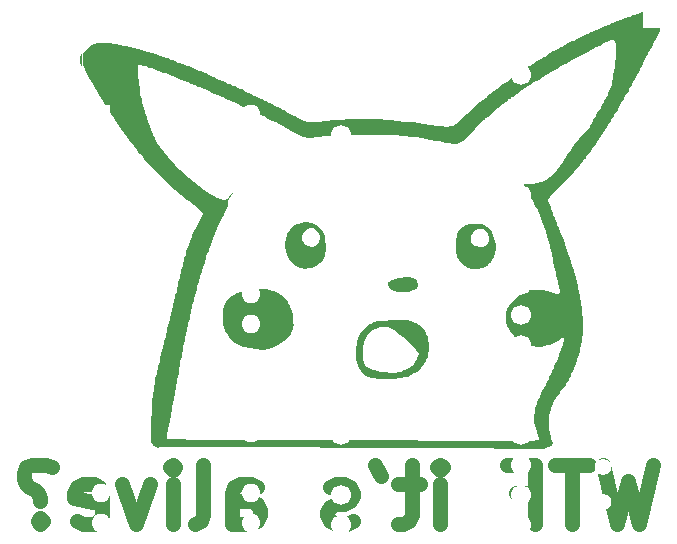
<source format=gbo>
G04 #@! TF.GenerationSoftware,KiCad,Pcbnew,8.0.4*
G04 #@! TF.CreationDate,2024-09-27T10:27:01+02:00*
G04 #@! TF.ProjectId,WritingRobotV2,57726974-696e-4675-926f-626f7456322e,rev?*
G04 #@! TF.SameCoordinates,Original*
G04 #@! TF.FileFunction,Legend,Bot*
G04 #@! TF.FilePolarity,Positive*
%FSLAX46Y46*%
G04 Gerber Fmt 4.6, Leading zero omitted, Abs format (unit mm)*
G04 Created by KiCad (PCBNEW 8.0.4) date 2024-09-27 10:27:01*
%MOMM*%
%LPD*%
G01*
G04 APERTURE LIST*
%ADD10C,1.250000*%
%ADD11C,0.000000*%
%ADD12C,1.400000*%
%ADD13O,1.400000X1.400000*%
%ADD14C,4.300000*%
%ADD15R,1.700000X1.700000*%
%ADD16O,1.700000X1.700000*%
%ADD17C,1.700000*%
%ADD18R,1.600000X1.600000*%
%ADD19O,1.600000X1.600000*%
%ADD20C,1.600000*%
%ADD21R,2.000000X1.905000*%
%ADD22O,2.000000X1.905000*%
%ADD23C,0.600000*%
G04 APERTURE END LIST*
D10*
X94463346Y-162823095D02*
X93272870Y-167823095D01*
X93272870Y-167823095D02*
X92320489Y-164251666D01*
X92320489Y-164251666D02*
X91368108Y-167823095D01*
X91368108Y-167823095D02*
X90177632Y-162823095D01*
X88987155Y-162823095D02*
X86130012Y-162823095D01*
X87558584Y-167823095D02*
X87558584Y-162823095D01*
X82796679Y-165204047D02*
X84463345Y-165204047D01*
X84463345Y-167823095D02*
X84463345Y-162823095D01*
X84463345Y-162823095D02*
X82082393Y-162823095D01*
X76368107Y-167823095D02*
X76368107Y-164489761D01*
X76368107Y-162823095D02*
X76606203Y-163061190D01*
X76606203Y-163061190D02*
X76368107Y-163299285D01*
X76368107Y-163299285D02*
X76130012Y-163061190D01*
X76130012Y-163061190D02*
X76368107Y-162823095D01*
X76368107Y-162823095D02*
X76368107Y-163299285D01*
X74701441Y-164489761D02*
X72796679Y-164489761D01*
X73987155Y-162823095D02*
X73987155Y-167108809D01*
X73987155Y-167108809D02*
X73749060Y-167585000D01*
X73749060Y-167585000D02*
X73272870Y-167823095D01*
X73272870Y-167823095D02*
X72796679Y-167823095D01*
X70891917Y-162823095D02*
X71368108Y-163775476D01*
X68987156Y-167585000D02*
X68510965Y-167823095D01*
X68510965Y-167823095D02*
X67558584Y-167823095D01*
X67558584Y-167823095D02*
X67082394Y-167585000D01*
X67082394Y-167585000D02*
X66844298Y-167108809D01*
X66844298Y-167108809D02*
X66844298Y-166870714D01*
X66844298Y-166870714D02*
X67082394Y-166394523D01*
X67082394Y-166394523D02*
X67558584Y-166156428D01*
X67558584Y-166156428D02*
X68272870Y-166156428D01*
X68272870Y-166156428D02*
X68749060Y-165918333D01*
X68749060Y-165918333D02*
X68987156Y-165442142D01*
X68987156Y-165442142D02*
X68987156Y-165204047D01*
X68987156Y-165204047D02*
X68749060Y-164727857D01*
X68749060Y-164727857D02*
X68272870Y-164489761D01*
X68272870Y-164489761D02*
X67558584Y-164489761D01*
X67558584Y-164489761D02*
X67082394Y-164727857D01*
X58749060Y-167823095D02*
X58749060Y-165204047D01*
X58749060Y-165204047D02*
X58987155Y-164727857D01*
X58987155Y-164727857D02*
X59463346Y-164489761D01*
X59463346Y-164489761D02*
X60415727Y-164489761D01*
X60415727Y-164489761D02*
X60891917Y-164727857D01*
X58749060Y-167585000D02*
X59225251Y-167823095D01*
X59225251Y-167823095D02*
X60415727Y-167823095D01*
X60415727Y-167823095D02*
X60891917Y-167585000D01*
X60891917Y-167585000D02*
X61130013Y-167108809D01*
X61130013Y-167108809D02*
X61130013Y-166632619D01*
X61130013Y-166632619D02*
X60891917Y-166156428D01*
X60891917Y-166156428D02*
X60415727Y-165918333D01*
X60415727Y-165918333D02*
X59225251Y-165918333D01*
X59225251Y-165918333D02*
X58749060Y-165680238D01*
X55653822Y-167823095D02*
X56130012Y-167585000D01*
X56130012Y-167585000D02*
X56368107Y-167108809D01*
X56368107Y-167108809D02*
X56368107Y-162823095D01*
X53749059Y-167823095D02*
X53749059Y-164489761D01*
X53749059Y-162823095D02*
X53987155Y-163061190D01*
X53987155Y-163061190D02*
X53749059Y-163299285D01*
X53749059Y-163299285D02*
X53510964Y-163061190D01*
X53510964Y-163061190D02*
X53749059Y-162823095D01*
X53749059Y-162823095D02*
X53749059Y-163299285D01*
X51844298Y-164489761D02*
X50653822Y-167823095D01*
X50653822Y-167823095D02*
X49463345Y-164489761D01*
X45653821Y-167585000D02*
X46130012Y-167823095D01*
X46130012Y-167823095D02*
X47082393Y-167823095D01*
X47082393Y-167823095D02*
X47558583Y-167585000D01*
X47558583Y-167585000D02*
X47796679Y-167108809D01*
X47796679Y-167108809D02*
X47796679Y-165204047D01*
X47796679Y-165204047D02*
X47558583Y-164727857D01*
X47558583Y-164727857D02*
X47082393Y-164489761D01*
X47082393Y-164489761D02*
X46130012Y-164489761D01*
X46130012Y-164489761D02*
X45653821Y-164727857D01*
X45653821Y-164727857D02*
X45415726Y-165204047D01*
X45415726Y-165204047D02*
X45415726Y-165680238D01*
X45415726Y-165680238D02*
X47796679Y-166156428D01*
X42558584Y-167346904D02*
X42320488Y-167585000D01*
X42320488Y-167585000D02*
X42558584Y-167823095D01*
X42558584Y-167823095D02*
X42796679Y-167585000D01*
X42796679Y-167585000D02*
X42558584Y-167346904D01*
X42558584Y-167346904D02*
X42558584Y-167823095D01*
X43510965Y-163061190D02*
X43034774Y-162823095D01*
X43034774Y-162823095D02*
X41844298Y-162823095D01*
X41844298Y-162823095D02*
X41368107Y-163061190D01*
X41368107Y-163061190D02*
X41130012Y-163537380D01*
X41130012Y-163537380D02*
X41130012Y-164013571D01*
X41130012Y-164013571D02*
X41368107Y-164489761D01*
X41368107Y-164489761D02*
X41606203Y-164727857D01*
X41606203Y-164727857D02*
X42082393Y-164965952D01*
X42082393Y-164965952D02*
X42320488Y-165204047D01*
X42320488Y-165204047D02*
X42558584Y-165680238D01*
X42558584Y-165680238D02*
X42558584Y-165918333D01*
D11*
G36*
X46020598Y-127933396D02*
G01*
X46043720Y-128029211D01*
X46057992Y-128231750D01*
X46062870Y-128535308D01*
X46061500Y-128707749D01*
X46051596Y-128958706D01*
X46032586Y-129105633D01*
X46005011Y-129142825D01*
X45989670Y-129113513D01*
X45967683Y-128986881D01*
X45952694Y-128785567D01*
X45947153Y-128535308D01*
X45949159Y-128382463D01*
X45960599Y-128158121D01*
X45980033Y-127997985D01*
X46005011Y-127927791D01*
X46020598Y-127933396D01*
G37*
G36*
X74092796Y-147019578D02*
G01*
X74334699Y-147131112D01*
X74480341Y-147303909D01*
X74528499Y-147537535D01*
X74528223Y-147570285D01*
X74513999Y-147739923D01*
X74461636Y-147856738D01*
X74348010Y-147952608D01*
X74150000Y-148059415D01*
X74104592Y-148081369D01*
X73950962Y-148142894D01*
X73789192Y-148179824D01*
X73583481Y-148198245D01*
X73298028Y-148204243D01*
X73148455Y-148203366D01*
X72807494Y-148181153D01*
X72543713Y-148124033D01*
X72330868Y-148024531D01*
X72142711Y-147875172D01*
X72074819Y-147792824D01*
X72003639Y-147643922D01*
X71976207Y-147496733D01*
X71996972Y-147384236D01*
X72070387Y-147339408D01*
X72110233Y-147333513D01*
X72157175Y-147286934D01*
X72157811Y-147282897D01*
X72220895Y-147235510D01*
X72368589Y-147176934D01*
X72574359Y-147115226D01*
X72811670Y-147058444D01*
X73053986Y-147014642D01*
X73325093Y-146982031D01*
X73755853Y-146969740D01*
X74092796Y-147019578D01*
G37*
G36*
X66685739Y-143922868D02*
G01*
X66698222Y-144211158D01*
X66702900Y-144498010D01*
X66699192Y-144754965D01*
X66686515Y-144953566D01*
X66664287Y-145065352D01*
X66614101Y-145173780D01*
X66537187Y-145339377D01*
X66448901Y-145490609D01*
X66214620Y-145749161D01*
X65901283Y-145978418D01*
X65532346Y-146159239D01*
X65438822Y-146186075D01*
X65252228Y-146215218D01*
X65040941Y-146230268D01*
X64839730Y-146230363D01*
X64683362Y-146214639D01*
X64606606Y-146182233D01*
X64551476Y-146145553D01*
X64428543Y-146124374D01*
X64343980Y-146094529D01*
X64198102Y-145997394D01*
X64024424Y-145854834D01*
X63847172Y-145689617D01*
X63690570Y-145524512D01*
X63578844Y-145382286D01*
X63536219Y-145285708D01*
X63526060Y-145215510D01*
X63478360Y-145082131D01*
X63439782Y-145005499D01*
X63362642Y-144852266D01*
X63349664Y-144812519D01*
X63326638Y-144661147D01*
X63310724Y-144442830D01*
X63304783Y-144190305D01*
X63306496Y-144056508D01*
X63317810Y-143836302D01*
X63337422Y-143677611D01*
X63361448Y-143610836D01*
X64701400Y-143610836D01*
X64740857Y-143787922D01*
X64855004Y-144050513D01*
X65043013Y-144249059D01*
X65287390Y-144354084D01*
X65296152Y-144355826D01*
X65500608Y-144384617D01*
X65653069Y-144369148D01*
X65808633Y-144304141D01*
X65962207Y-144206016D01*
X66152132Y-143997674D01*
X66245889Y-143756342D01*
X66244909Y-143499700D01*
X66150626Y-143245425D01*
X65964474Y-143011196D01*
X65687886Y-142814692D01*
X65582484Y-142763481D01*
X65492934Y-142749258D01*
X65385927Y-142781183D01*
X65219276Y-142863664D01*
X65169585Y-142890505D01*
X64952970Y-143051019D01*
X64801399Y-143262979D01*
X64761721Y-143339754D01*
X64706026Y-143481639D01*
X64701400Y-143610836D01*
X63361448Y-143610836D01*
X63362642Y-143607518D01*
X63393529Y-143571244D01*
X63420501Y-143461216D01*
X63451529Y-143330427D01*
X63537121Y-143144413D01*
X63656237Y-142946964D01*
X63787760Y-142777399D01*
X63880711Y-142691593D01*
X64083064Y-142557542D01*
X64300270Y-142459457D01*
X64485169Y-142421413D01*
X64584844Y-142408070D01*
X64664465Y-142363554D01*
X64699115Y-142339351D01*
X64831248Y-142313376D01*
X65027049Y-142307381D01*
X65254687Y-142320273D01*
X65482332Y-142350959D01*
X65678154Y-142398348D01*
X65726602Y-142415361D01*
X65974267Y-142549423D01*
X66209755Y-142768911D01*
X66250890Y-142814976D01*
X66409228Y-142994783D01*
X66509856Y-143118947D01*
X66569262Y-143212534D01*
X66603939Y-143300609D01*
X66630378Y-143408239D01*
X66639689Y-143455810D01*
X66666034Y-143661599D01*
X66673180Y-143756342D01*
X66685739Y-143922868D01*
G37*
G36*
X81056506Y-143925571D02*
G01*
X81106560Y-144199853D01*
X81127881Y-144437323D01*
X81116244Y-144614233D01*
X81067426Y-144706834D01*
X81056280Y-144718012D01*
X81022972Y-144817073D01*
X81009567Y-144971398D01*
X80958627Y-145269983D01*
X80803103Y-145522711D01*
X80794607Y-145532171D01*
X80709437Y-145630092D01*
X80599342Y-145759589D01*
X80580677Y-145781273D01*
X80464401Y-145899097D01*
X80371865Y-145968100D01*
X80329575Y-145988543D01*
X80199544Y-146057023D01*
X80131179Y-146095378D01*
X79997039Y-146169706D01*
X79969853Y-146180878D01*
X79837191Y-146207120D01*
X79645006Y-146225192D01*
X79422432Y-146234786D01*
X79198603Y-146235595D01*
X79002654Y-146227311D01*
X78863720Y-146209626D01*
X78810934Y-146182233D01*
X78799728Y-146154452D01*
X78720285Y-146124374D01*
X78636889Y-146104555D01*
X78476284Y-146004047D01*
X78298188Y-145840649D01*
X78123423Y-145639267D01*
X77972811Y-145424807D01*
X77867174Y-145222175D01*
X77827335Y-145056278D01*
X77814397Y-144960231D01*
X77769476Y-144880410D01*
X77752524Y-144844874D01*
X77731252Y-144710834D01*
X77716890Y-144501350D01*
X77711617Y-144240549D01*
X77713131Y-144085468D01*
X77723661Y-143846540D01*
X77742946Y-143691602D01*
X77750037Y-143676860D01*
X79044197Y-143676860D01*
X79044647Y-143768009D01*
X79058909Y-143952697D01*
X79100972Y-144078401D01*
X79181909Y-144186062D01*
X79235984Y-144238797D01*
X79341452Y-144303719D01*
X79489668Y-144341787D01*
X79717103Y-144365209D01*
X79994623Y-144364505D01*
X80228010Y-144315806D01*
X80377979Y-144222336D01*
X80430979Y-144089331D01*
X80438181Y-144037241D01*
X80488838Y-143954670D01*
X80499217Y-143944611D01*
X80533050Y-143847220D01*
X80546697Y-143694306D01*
X80545758Y-143653437D01*
X80526057Y-143509921D01*
X80488838Y-143433941D01*
X80459460Y-143401225D01*
X80430979Y-143293769D01*
X80429869Y-143280074D01*
X80379853Y-143164812D01*
X80278443Y-143036820D01*
X80181894Y-142955120D01*
X80043346Y-142898934D01*
X79843717Y-142884283D01*
X79588371Y-142907900D01*
X79376442Y-142997438D01*
X79178332Y-143173577D01*
X79158612Y-143196007D01*
X79088863Y-143308109D01*
X79054281Y-143455052D01*
X79044197Y-143676860D01*
X77750037Y-143676860D01*
X77769476Y-143636447D01*
X77807626Y-143600125D01*
X77827335Y-143491015D01*
X77839321Y-143387354D01*
X77935621Y-143153066D01*
X78111626Y-142917055D01*
X78347148Y-142703562D01*
X78621998Y-142536827D01*
X78825559Y-142472715D01*
X79118431Y-142430780D01*
X79444851Y-142419469D01*
X79763729Y-142440036D01*
X80033975Y-142493736D01*
X80159511Y-142545006D01*
X80403900Y-142704011D01*
X80627698Y-142915752D01*
X80789597Y-143144647D01*
X80887089Y-143361561D01*
X80981941Y-143638224D01*
X80996494Y-143694306D01*
X81056506Y-143925571D01*
G37*
G36*
X61409395Y-147950979D02*
G01*
X61655210Y-147965021D01*
X61835490Y-147987906D01*
X61925318Y-148019715D01*
X61993296Y-148061983D01*
X62130674Y-148091572D01*
X62180089Y-148098691D01*
X62324243Y-148145469D01*
X62503251Y-148221415D01*
X62681187Y-148309422D01*
X62822121Y-148392382D01*
X62890129Y-148453190D01*
X62895383Y-148462122D01*
X62969259Y-148496584D01*
X62972910Y-148496873D01*
X63051608Y-148543389D01*
X63172595Y-148649815D01*
X63308098Y-148787973D01*
X63430341Y-148929683D01*
X63511550Y-149046766D01*
X63544310Y-149107660D01*
X63697115Y-149400935D01*
X63805008Y-149638328D01*
X63877625Y-149854148D01*
X63924602Y-150082708D01*
X63955578Y-150358317D01*
X63980189Y-150715287D01*
X63989899Y-150982996D01*
X63979745Y-151191347D01*
X63947196Y-151290982D01*
X63909429Y-151354721D01*
X63883371Y-151487882D01*
X63870325Y-151571820D01*
X63825512Y-151620957D01*
X63797510Y-151632452D01*
X63767654Y-151712374D01*
X63760733Y-151741013D01*
X63689262Y-151853480D01*
X63558979Y-152005295D01*
X63393111Y-152173662D01*
X63214882Y-152335783D01*
X63047515Y-152468862D01*
X62914237Y-152550099D01*
X62890381Y-152560944D01*
X62773688Y-152626674D01*
X62726196Y-152676539D01*
X62720126Y-152693627D01*
X62650275Y-152720274D01*
X62621651Y-152724372D01*
X62498199Y-152764734D01*
X62338404Y-152834273D01*
X62299845Y-152852179D01*
X62076250Y-152939237D01*
X61860161Y-153002711D01*
X61799698Y-153017105D01*
X61656997Y-153058450D01*
X61583802Y-153091218D01*
X61526246Y-153114153D01*
X61378328Y-153123645D01*
X61186491Y-153109148D01*
X60990433Y-153071952D01*
X60901702Y-153052308D01*
X60688678Y-153017472D01*
X60463247Y-152991808D01*
X60332065Y-152976712D01*
X60142974Y-152941123D01*
X60018646Y-152900172D01*
X59919725Y-152862293D01*
X59753688Y-152835991D01*
X59652428Y-152822475D01*
X59572893Y-152778133D01*
X59532827Y-152745816D01*
X59420104Y-152720274D01*
X59374736Y-152709843D01*
X59238990Y-152640848D01*
X59062499Y-152524275D01*
X58874418Y-152380144D01*
X58703903Y-152228474D01*
X58672704Y-152195786D01*
X58562734Y-152060472D01*
X58441007Y-151890437D01*
X58328316Y-151717124D01*
X58245453Y-151571976D01*
X58213212Y-151486438D01*
X58207453Y-151443816D01*
X58155353Y-151360593D01*
X58119334Y-151308173D01*
X58097494Y-151187016D01*
X58084833Y-151093396D01*
X58039635Y-151013440D01*
X58019301Y-150961687D01*
X57999584Y-150810717D01*
X57986511Y-150582551D01*
X57981777Y-150298151D01*
X57981916Y-150199838D01*
X57985825Y-149927646D01*
X57998684Y-149732147D01*
X58025251Y-149583163D01*
X58070285Y-149450516D01*
X58138545Y-149304027D01*
X58180826Y-149226104D01*
X58313578Y-149026703D01*
X58472148Y-148830341D01*
X58634649Y-148660727D01*
X58779194Y-148541571D01*
X58883898Y-148496584D01*
X58918689Y-148492370D01*
X58965376Y-148452849D01*
X58969982Y-148441978D01*
X59050345Y-148386125D01*
X59214887Y-148308114D01*
X59442920Y-148216425D01*
X59713761Y-148119538D01*
X60006723Y-148025933D01*
X60069325Y-148010588D01*
X60269087Y-147981626D01*
X60527890Y-147961103D01*
X60820819Y-147949101D01*
X61122959Y-147945699D01*
X61409395Y-147950979D01*
G37*
G36*
X75338943Y-153683283D02*
G01*
X75216626Y-153948988D01*
X75190626Y-154010877D01*
X75165831Y-154123196D01*
X75151545Y-154166777D01*
X75078553Y-154283891D01*
X74964436Y-154427740D01*
X74887752Y-154518171D01*
X74797552Y-154633781D01*
X74761930Y-154693553D01*
X74760557Y-154698141D01*
X74701243Y-154756640D01*
X74573840Y-154853450D01*
X74405276Y-154970402D01*
X74222475Y-155089326D01*
X74052364Y-155192054D01*
X73921868Y-155260416D01*
X73772705Y-155328440D01*
X73647824Y-155388528D01*
X73636148Y-155393868D01*
X73501720Y-155426652D01*
X73329600Y-155440522D01*
X73303724Y-155441004D01*
X73138637Y-155459892D01*
X73025057Y-155497495D01*
X72979944Y-155510695D01*
X72832377Y-155527383D01*
X72608316Y-155540068D01*
X72329108Y-155548752D01*
X72016105Y-155553435D01*
X71690654Y-155554115D01*
X71374106Y-155550795D01*
X71087808Y-155543472D01*
X70853112Y-155532148D01*
X70691365Y-155516822D01*
X70623918Y-155497495D01*
X70551616Y-155457471D01*
X70417998Y-155439636D01*
X70298034Y-155422712D01*
X70247836Y-155381777D01*
X70237212Y-155354459D01*
X70158757Y-155323918D01*
X70146288Y-155323313D01*
X70010660Y-155262421D01*
X69854433Y-155117964D01*
X69693809Y-154913055D01*
X69544991Y-154670807D01*
X69424180Y-154414332D01*
X69347578Y-154166743D01*
X69344810Y-154153022D01*
X69314768Y-153912052D01*
X69301452Y-153607206D01*
X69302612Y-153415389D01*
X69830848Y-153415389D01*
X69843356Y-153701254D01*
X69873234Y-153949829D01*
X69917894Y-154135104D01*
X69974746Y-154231071D01*
X69986908Y-154240593D01*
X70021343Y-154303394D01*
X70016401Y-154385953D01*
X70016791Y-154389893D01*
X70073194Y-154455859D01*
X70203965Y-154547209D01*
X70378686Y-154647620D01*
X70566940Y-154740766D01*
X70738308Y-154810324D01*
X70862372Y-154839968D01*
X71015947Y-154860274D01*
X71125754Y-154897343D01*
X71193101Y-154922114D01*
X71350597Y-154956011D01*
X71549658Y-154984429D01*
X71882392Y-155020027D01*
X72171000Y-155046191D01*
X72389064Y-155057842D01*
X72560011Y-155055447D01*
X72707270Y-155039472D01*
X72854269Y-155010382D01*
X72858158Y-155009484D01*
X73068598Y-154946477D01*
X73310882Y-154852370D01*
X73561636Y-154739092D01*
X73797484Y-154618573D01*
X73995050Y-154502743D01*
X74130959Y-154403530D01*
X74181837Y-154332864D01*
X74209771Y-154268484D01*
X74282667Y-154134589D01*
X74384738Y-153960186D01*
X74433835Y-153876227D01*
X74544940Y-153640809D01*
X74576100Y-153450779D01*
X74527847Y-153277220D01*
X74400714Y-153091214D01*
X74367009Y-153050951D01*
X74133250Y-152793656D01*
X73854525Y-152514494D01*
X73560513Y-152241223D01*
X73280891Y-152001606D01*
X73045337Y-151823402D01*
X73035643Y-151816814D01*
X72865397Y-151699035D01*
X72737114Y-151606547D01*
X72677904Y-151558871D01*
X72638409Y-151528309D01*
X72521303Y-151452637D01*
X72359681Y-151355584D01*
X72328753Y-151337716D01*
X72172932Y-151257667D01*
X72030453Y-151213741D01*
X71858410Y-151196871D01*
X71613898Y-151197993D01*
X71563926Y-151199548D01*
X71346820Y-151214823D01*
X71179953Y-151239936D01*
X71096062Y-151270316D01*
X71050791Y-151300987D01*
X70926437Y-151331663D01*
X70864115Y-151340859D01*
X70742298Y-151403987D01*
X70707802Y-151435335D01*
X70589968Y-151536463D01*
X70442673Y-151658387D01*
X70322147Y-151769555D01*
X70095844Y-152084434D01*
X69939153Y-152485354D01*
X69849951Y-152977037D01*
X69838297Y-153118244D01*
X69830848Y-153415389D01*
X69302612Y-153415389D01*
X69303502Y-153268364D01*
X69319564Y-152925405D01*
X69348279Y-152608208D01*
X69388291Y-152346652D01*
X69438242Y-152170615D01*
X69463453Y-152113406D01*
X69532427Y-151956472D01*
X69613629Y-151771391D01*
X69715887Y-151584855D01*
X69924480Y-151316857D01*
X70173205Y-151082479D01*
X70425271Y-150920299D01*
X70511019Y-150880322D01*
X70724132Y-150785607D01*
X70884786Y-150726433D01*
X71031429Y-150690121D01*
X71202506Y-150663993D01*
X71289598Y-150655170D01*
X71505253Y-150640049D01*
X71792704Y-150624711D01*
X72125052Y-150610533D01*
X72475399Y-150598890D01*
X72933379Y-150590805D01*
X73320838Y-150597472D01*
X73635088Y-150622232D01*
X73897502Y-150667734D01*
X74129455Y-150736629D01*
X74352321Y-150831566D01*
X74419283Y-150866696D01*
X74625987Y-151004074D01*
X74827264Y-151173335D01*
X74999844Y-151351327D01*
X75120456Y-151514901D01*
X75165831Y-151640905D01*
X75167971Y-151668165D01*
X75204225Y-151755782D01*
X75261377Y-151840729D01*
X75336321Y-152039562D01*
X75397959Y-152303050D01*
X75439742Y-152601228D01*
X75455125Y-152904131D01*
X75446746Y-153197497D01*
X75411841Y-153449471D01*
X75411433Y-153450779D01*
X75338943Y-153683283D01*
G37*
G36*
X94240432Y-127567289D02*
G01*
X94148207Y-127741306D01*
X94037456Y-127956720D01*
X93984234Y-128060828D01*
X93862225Y-128294149D01*
X93754885Y-128492710D01*
X93680667Y-128622096D01*
X93674204Y-128632723D01*
X93601454Y-128779895D01*
X93569149Y-128896925D01*
X93560419Y-128950165D01*
X93521526Y-128998630D01*
X93475233Y-129037558D01*
X93411434Y-129145532D01*
X93356710Y-129277001D01*
X93333485Y-129385795D01*
X93328893Y-129415095D01*
X93275626Y-129461048D01*
X93261092Y-129462946D01*
X93217768Y-129520057D01*
X93211205Y-129547990D01*
X93159483Y-129659645D01*
X93073121Y-129808201D01*
X93031656Y-129877386D01*
X92957747Y-130024098D01*
X92928474Y-130120453D01*
X92924632Y-130156256D01*
X92885080Y-130222855D01*
X92833971Y-130279476D01*
X92742046Y-130429053D01*
X92607969Y-130675507D01*
X92429237Y-131023235D01*
X92352563Y-131171353D01*
X92277897Y-131306988D01*
X92236895Y-131370388D01*
X92235090Y-131372111D01*
X92175045Y-131457244D01*
X92076049Y-131626831D01*
X91949065Y-131862143D01*
X91942560Y-131874486D01*
X91873520Y-131997913D01*
X91829157Y-132064649D01*
X91817024Y-132080742D01*
X91755677Y-132181943D01*
X91660891Y-132350393D01*
X91546714Y-132560815D01*
X91427196Y-132787928D01*
X91420714Y-132800290D01*
X91347878Y-132920667D01*
X91293963Y-132980790D01*
X91276491Y-132995534D01*
X91250569Y-133082043D01*
X91244840Y-133117501D01*
X91192711Y-133164010D01*
X91166094Y-133173801D01*
X91134852Y-133250798D01*
X91129116Y-133290624D01*
X91083741Y-133337586D01*
X91050109Y-133353677D01*
X90994432Y-133438839D01*
X90989492Y-133451771D01*
X90911427Y-133624370D01*
X90833153Y-133751156D01*
X90773979Y-133800456D01*
X90761169Y-133803200D01*
X90729840Y-133863961D01*
X90707669Y-133914879D01*
X90630226Y-134049587D01*
X90507148Y-134249091D01*
X90348843Y-134496579D01*
X90165717Y-134775236D01*
X90009128Y-135011460D01*
X89842919Y-135264406D01*
X89708494Y-135471458D01*
X89616718Y-135615863D01*
X89578454Y-135680866D01*
X89573974Y-135691151D01*
X89518686Y-135767654D01*
X89469739Y-135824832D01*
X89374336Y-135949772D01*
X89253719Y-136114807D01*
X89134633Y-136278173D01*
X89028845Y-136418302D01*
X88966334Y-136495063D01*
X88947721Y-136516421D01*
X88864969Y-136624572D01*
X88762642Y-136769497D01*
X88720871Y-136828348D01*
X88630571Y-136938436D01*
X88574601Y-136982293D01*
X88555968Y-136990453D01*
X88531207Y-137064655D01*
X88527513Y-137099300D01*
X88487813Y-137165908D01*
X88439644Y-137209481D01*
X88339440Y-137321060D01*
X88212984Y-137473514D01*
X88084785Y-137630316D01*
X87912470Y-137831904D01*
X87716931Y-138049939D01*
X87486178Y-138297221D01*
X87208224Y-138586555D01*
X86871080Y-138930742D01*
X86462756Y-139342586D01*
X86162076Y-139648810D01*
X85888660Y-139937855D01*
X85688100Y-140163454D01*
X85564647Y-140320804D01*
X85522551Y-140405101D01*
X85543096Y-140523552D01*
X85602291Y-140676722D01*
X85673823Y-140823606D01*
X85753688Y-141003873D01*
X85817565Y-141152076D01*
X85876454Y-141277917D01*
X85902009Y-141340068D01*
X85927563Y-141466743D01*
X85934638Y-141524791D01*
X85979536Y-141655569D01*
X86115483Y-141926199D01*
X86230616Y-142172926D01*
X86305716Y-142355891D01*
X86332574Y-142456467D01*
X86339627Y-142511887D01*
X86383682Y-142639168D01*
X86462814Y-142808006D01*
X86630017Y-143260365D01*
X86644908Y-143304680D01*
X86713262Y-143470368D01*
X86778488Y-143583144D01*
X86819380Y-143653636D01*
X86853303Y-143800114D01*
X86865440Y-143876876D01*
X86911162Y-143925741D01*
X86951952Y-143975513D01*
X86969020Y-144095902D01*
X86985194Y-144223607D01*
X87026879Y-144301823D01*
X87061401Y-144347561D01*
X87086578Y-144464349D01*
X87104154Y-144560981D01*
X87173366Y-144703428D01*
X87223447Y-144794837D01*
X87258314Y-144945913D01*
X87270020Y-145031422D01*
X87316173Y-145111846D01*
X87352699Y-145166327D01*
X87374032Y-145288836D01*
X87388019Y-145380661D01*
X87431891Y-145430069D01*
X87472681Y-145479841D01*
X87489749Y-145600230D01*
X87505923Y-145727935D01*
X87547608Y-145806151D01*
X87587632Y-145878452D01*
X87605467Y-146012071D01*
X87621349Y-146132019D01*
X87659780Y-146182233D01*
X87678086Y-146194558D01*
X87719245Y-146288057D01*
X87753245Y-146443309D01*
X87766626Y-146519492D01*
X87804877Y-146664163D01*
X87843578Y-146736017D01*
X87848261Y-146739743D01*
X87881252Y-146823980D01*
X87894761Y-146966741D01*
X87895128Y-146990326D01*
X87912243Y-147115013D01*
X87947035Y-147165832D01*
X87966228Y-147181491D01*
X88002929Y-147280559D01*
X88031581Y-147440661D01*
X88049111Y-147586929D01*
X88089236Y-147890198D01*
X88124243Y-148098745D01*
X88156900Y-148227448D01*
X88189981Y-148291185D01*
X88226532Y-148382817D01*
X88241913Y-148527889D01*
X88245724Y-148593800D01*
X88276503Y-148787255D01*
X88328075Y-148993652D01*
X88370377Y-149189245D01*
X88402389Y-149451445D01*
X88414863Y-149714511D01*
X88415080Y-149747237D01*
X88425101Y-149961869D01*
X88447027Y-150128194D01*
X88476677Y-150212532D01*
X88483376Y-150221817D01*
X88508262Y-150330987D01*
X88520123Y-150529528D01*
X88520323Y-150796284D01*
X88510229Y-151110098D01*
X88491205Y-151449811D01*
X88464616Y-151794267D01*
X88431830Y-152122308D01*
X88394210Y-152412776D01*
X88353122Y-152644514D01*
X88309931Y-152796364D01*
X88262818Y-152964910D01*
X88241913Y-153157981D01*
X88241514Y-153181321D01*
X88222584Y-153305926D01*
X88184055Y-153356720D01*
X88176461Y-153358469D01*
X88140728Y-153425376D01*
X88126196Y-153559226D01*
X88125696Y-153585802D01*
X88106580Y-153710869D01*
X88068337Y-153761732D01*
X88027547Y-153811504D01*
X88010478Y-153931893D01*
X87994305Y-154059598D01*
X87952619Y-154137814D01*
X87922039Y-154173330D01*
X87894761Y-154282814D01*
X87885291Y-154339403D01*
X87832954Y-154488474D01*
X87750114Y-154664098D01*
X87697095Y-154769283D01*
X87631208Y-154921524D01*
X87605467Y-155014313D01*
X87600378Y-155046279D01*
X87547608Y-155092483D01*
X87521981Y-155101199D01*
X87489749Y-155176210D01*
X87489156Y-155184493D01*
X87455742Y-155289621D01*
X87385492Y-155448048D01*
X87298538Y-155619704D01*
X87215011Y-155764519D01*
X87155043Y-155842423D01*
X87152588Y-155844432D01*
X87097867Y-155919239D01*
X87026879Y-156047153D01*
X87021408Y-156058059D01*
X86954589Y-156182397D01*
X86910557Y-156249659D01*
X86892562Y-156269079D01*
X86805277Y-156377436D01*
X86678125Y-156545326D01*
X86529395Y-156747451D01*
X86377375Y-156958515D01*
X86240352Y-157153221D01*
X86136615Y-157306271D01*
X86084451Y-157392369D01*
X86034502Y-157476189D01*
X85976134Y-157522552D01*
X85944574Y-157556647D01*
X85927563Y-157663784D01*
X85914491Y-157761021D01*
X85869704Y-157840775D01*
X85829680Y-157913077D01*
X85811845Y-158046695D01*
X85798671Y-158166607D01*
X85766760Y-158216857D01*
X85755307Y-158227412D01*
X85722490Y-158321223D01*
X85684541Y-158488395D01*
X85646408Y-158699892D01*
X85613042Y-158926680D01*
X85589393Y-159139723D01*
X85580410Y-159309984D01*
X85585140Y-159418264D01*
X85607460Y-159625114D01*
X85642588Y-159853442D01*
X85684373Y-160069099D01*
X85726667Y-160237938D01*
X85763322Y-160325809D01*
X85795397Y-160401982D01*
X85811845Y-160539365D01*
X85826852Y-160654917D01*
X85869704Y-160733713D01*
X85880968Y-160745070D01*
X85914195Y-160844393D01*
X85927563Y-160998939D01*
X85927502Y-161019803D01*
X85915848Y-161160465D01*
X85866152Y-161228726D01*
X85752782Y-161263362D01*
X85620823Y-161302591D01*
X85546862Y-161348704D01*
X85511722Y-161376116D01*
X85403419Y-161399089D01*
X85339405Y-161409790D01*
X85291116Y-161458682D01*
X85277664Y-161468892D01*
X85169625Y-161484676D01*
X84952134Y-161494326D01*
X84623664Y-161497869D01*
X84182687Y-161495330D01*
X83627676Y-161486735D01*
X83559288Y-161485576D01*
X83312318Y-161482380D01*
X82958619Y-161478723D01*
X82504580Y-161474640D01*
X81956592Y-161470166D01*
X81321045Y-161465337D01*
X80604330Y-161460187D01*
X79812836Y-161454753D01*
X78952955Y-161449070D01*
X78031076Y-161443172D01*
X77053590Y-161437096D01*
X76026888Y-161430876D01*
X74957358Y-161424547D01*
X73851392Y-161418146D01*
X72715380Y-161411707D01*
X71555713Y-161405265D01*
X70378780Y-161398856D01*
X69190972Y-161392515D01*
X67998679Y-161386278D01*
X66808292Y-161380179D01*
X65626200Y-161374255D01*
X64458795Y-161368539D01*
X63312466Y-161363068D01*
X62193604Y-161357877D01*
X61108599Y-161353001D01*
X60063842Y-161348476D01*
X59065722Y-161344336D01*
X58120630Y-161340617D01*
X57234957Y-161337355D01*
X56415092Y-161334584D01*
X55667426Y-161332340D01*
X55198136Y-161331706D01*
X54664433Y-161332655D01*
X54169556Y-161335305D01*
X53726319Y-161339497D01*
X53347538Y-161345073D01*
X53046028Y-161351877D01*
X52834602Y-161359751D01*
X52726077Y-161368536D01*
X52523408Y-161384542D01*
X52410747Y-161347786D01*
X52377171Y-161321281D01*
X52266983Y-161283372D01*
X52174728Y-161254011D01*
X52068392Y-161152993D01*
X52022323Y-161027140D01*
X52014672Y-160983309D01*
X51960958Y-160936219D01*
X51945961Y-160918351D01*
X51928841Y-160809597D01*
X51920960Y-160598385D01*
X51922204Y-160280411D01*
X51932461Y-159851367D01*
X51942282Y-159530373D01*
X51961642Y-158921619D01*
X51979011Y-158416158D01*
X51994843Y-158005531D01*
X52009597Y-157681282D01*
X52023728Y-157434953D01*
X52037692Y-157258085D01*
X52051947Y-157142223D01*
X52066949Y-157078907D01*
X52083155Y-157059682D01*
X52090922Y-157055028D01*
X52114935Y-156973616D01*
X52131723Y-156811753D01*
X52138041Y-156596811D01*
X52138234Y-156555404D01*
X52147111Y-156335868D01*
X52167247Y-156188075D01*
X52195900Y-156133941D01*
X52215934Y-156116395D01*
X52243106Y-156014407D01*
X52253758Y-155851713D01*
X52256267Y-155778425D01*
X52286681Y-155552029D01*
X52340547Y-155361772D01*
X52345508Y-155349566D01*
X52403465Y-155147230D01*
X52427335Y-154949695D01*
X52427887Y-154921516D01*
X52447090Y-154796226D01*
X52485194Y-154745331D01*
X52502019Y-154734183D01*
X52531417Y-154642468D01*
X52543052Y-154488381D01*
X52545230Y-154417316D01*
X52565758Y-154270615D01*
X52600911Y-154195672D01*
X52606195Y-154191574D01*
X52643497Y-154104430D01*
X52658770Y-153960038D01*
X52658792Y-153953970D01*
X52673869Y-153786377D01*
X52708474Y-153659694D01*
X52739271Y-153591177D01*
X52811520Y-153393278D01*
X52878889Y-153168463D01*
X52928648Y-152961505D01*
X52948064Y-152817176D01*
X52961910Y-152712857D01*
X53005922Y-152633486D01*
X53016926Y-152622519D01*
X53050332Y-152523769D01*
X53063781Y-152369707D01*
X53065127Y-152320851D01*
X53085187Y-152192965D01*
X53121640Y-152141686D01*
X53138931Y-152129739D01*
X53168007Y-152036597D01*
X53179499Y-151881322D01*
X53182154Y-151803512D01*
X53202852Y-151672671D01*
X53237358Y-151620957D01*
X53245731Y-151618787D01*
X53280933Y-151550001D01*
X53295216Y-151414648D01*
X53295257Y-151407454D01*
X53315970Y-151228028D01*
X53363205Y-151081960D01*
X53373725Y-151061395D01*
X53451297Y-150846802D01*
X53518270Y-150554447D01*
X53566742Y-150217882D01*
X53579303Y-150126781D01*
X53612032Y-149994891D01*
X53647953Y-149943053D01*
X53659143Y-149937758D01*
X53688469Y-149858708D01*
X53700228Y-149715032D01*
X53701285Y-149671013D01*
X53721103Y-149527115D01*
X53758086Y-149451253D01*
X53761623Y-149448709D01*
X53800106Y-149364784D01*
X53815945Y-149223017D01*
X53839232Y-149047275D01*
X53902377Y-148864815D01*
X53906226Y-148857221D01*
X53964791Y-148678384D01*
X53989165Y-148482119D01*
X53990178Y-148442998D01*
X54010098Y-148316261D01*
X54047380Y-148265149D01*
X54060350Y-148259247D01*
X54092407Y-148178639D01*
X54105239Y-148033713D01*
X54106714Y-147981835D01*
X54126867Y-147853608D01*
X54163098Y-147802278D01*
X54183939Y-147782755D01*
X54210549Y-147678010D01*
X54220957Y-147512984D01*
X54224861Y-147408776D01*
X54245810Y-147275727D01*
X54278815Y-147223691D01*
X54280491Y-147223617D01*
X54320229Y-147169939D01*
X54336674Y-147046521D01*
X54339076Y-146998925D01*
X54370811Y-146803945D01*
X54429063Y-146567741D01*
X54500624Y-146339537D01*
X54572285Y-146168553D01*
X54574730Y-146163768D01*
X54611000Y-146033282D01*
X54625968Y-145864795D01*
X54626490Y-145837542D01*
X54645643Y-145712380D01*
X54683827Y-145661504D01*
X54701118Y-145649557D01*
X54730194Y-145556415D01*
X54741686Y-145401139D01*
X54744340Y-145323329D01*
X54765039Y-145192488D01*
X54799544Y-145140775D01*
X54829098Y-145127054D01*
X54857403Y-145043630D01*
X54863877Y-144975451D01*
X54907449Y-144789315D01*
X54979623Y-144571457D01*
X55065697Y-144369457D01*
X55121480Y-144225941D01*
X55146697Y-144094628D01*
X55156904Y-144031847D01*
X55204556Y-143983600D01*
X55205276Y-143983586D01*
X55245655Y-143931897D01*
X55262414Y-143810023D01*
X55262419Y-143807864D01*
X55279649Y-143686724D01*
X55320273Y-143636447D01*
X55352111Y-143618700D01*
X55378132Y-143529619D01*
X55378149Y-143527036D01*
X55409229Y-143391008D01*
X55503450Y-143190411D01*
X55666441Y-142913212D01*
X55673215Y-142902166D01*
X55746433Y-142755201D01*
X55778915Y-142638383D01*
X55789868Y-142585074D01*
X55841002Y-142537130D01*
X55874631Y-142515431D01*
X55898861Y-142421413D01*
X55909710Y-142354155D01*
X55956720Y-142305695D01*
X55971254Y-142303798D01*
X56014578Y-142246687D01*
X56021141Y-142218754D01*
X56072864Y-142107099D01*
X56159225Y-141958543D01*
X56254626Y-141781728D01*
X56302007Y-141574763D01*
X56248079Y-141397360D01*
X56091132Y-141231248D01*
X56028921Y-141181297D01*
X55897241Y-141073028D01*
X55816303Y-141002861D01*
X55745763Y-140945724D01*
X55607910Y-140842726D01*
X55435991Y-140719092D01*
X55275279Y-140600814D01*
X55152500Y-140501344D01*
X55098481Y-140445274D01*
X55094198Y-140436670D01*
X55022025Y-140396356D01*
X54983580Y-140386686D01*
X54890240Y-140324032D01*
X54857624Y-140294435D01*
X54739863Y-140196000D01*
X54591245Y-140078133D01*
X54495690Y-140002264D01*
X54297145Y-139837688D01*
X54106956Y-139673121D01*
X53989482Y-139568622D01*
X53858109Y-139452040D01*
X53780839Y-139383827D01*
X53774679Y-139378308D01*
X53698603Y-139306345D01*
X53563581Y-139176079D01*
X53385381Y-139002952D01*
X53179771Y-138802405D01*
X52962518Y-138589880D01*
X52749389Y-138380818D01*
X52556153Y-138190661D01*
X52398577Y-138034850D01*
X52292427Y-137928828D01*
X52253472Y-137888035D01*
X52251966Y-137885828D01*
X52200608Y-137828838D01*
X52087069Y-137707018D01*
X51926173Y-137536189D01*
X51732743Y-137332177D01*
X51696785Y-137294246D01*
X51507330Y-137090320D01*
X51353428Y-136917937D01*
X51250083Y-136794270D01*
X51212301Y-136736494D01*
X51212228Y-136734795D01*
X51172602Y-136661216D01*
X51082118Y-136555027D01*
X51030933Y-136502226D01*
X50859125Y-136318254D01*
X50713881Y-136153071D01*
X50613393Y-136027915D01*
X50575854Y-135964024D01*
X50551719Y-135918361D01*
X50470489Y-135832300D01*
X50462351Y-135824822D01*
X50358559Y-135703974D01*
X50255508Y-135550684D01*
X50236757Y-135519589D01*
X50156281Y-135407830D01*
X50100509Y-135362643D01*
X50080983Y-135354619D01*
X50055125Y-135280676D01*
X50051308Y-135246007D01*
X50010353Y-135179423D01*
X49986474Y-135160723D01*
X49902262Y-135069001D01*
X49785312Y-134927080D01*
X49657051Y-134762726D01*
X49538907Y-134603705D01*
X49452307Y-134477783D01*
X49418679Y-134412725D01*
X49409061Y-134381584D01*
X49355505Y-134296268D01*
X49246052Y-134151383D01*
X49070654Y-133933080D01*
X49046975Y-133898558D01*
X49013667Y-133802898D01*
X49011601Y-133786953D01*
X48955809Y-133742597D01*
X48941220Y-133740682D01*
X48897950Y-133683498D01*
X48869575Y-133611233D01*
X48798365Y-133479974D01*
X48706681Y-133327209D01*
X48616885Y-133190185D01*
X48551339Y-133106151D01*
X48515042Y-133056406D01*
X48449544Y-132947039D01*
X48394191Y-132847402D01*
X48304897Y-132686675D01*
X48250135Y-132595804D01*
X48198490Y-132527563D01*
X48168731Y-132491432D01*
X48086488Y-132372402D01*
X47970325Y-132194437D01*
X47834076Y-131979828D01*
X47691576Y-131750869D01*
X47556660Y-131529852D01*
X47443163Y-131339072D01*
X47364919Y-131200819D01*
X47335763Y-131137389D01*
X47334530Y-131125107D01*
X47284652Y-131081094D01*
X47252420Y-131065372D01*
X47201580Y-130979841D01*
X47165505Y-130891671D01*
X47088444Y-130741430D01*
X46997078Y-130584158D01*
X46913156Y-130456833D01*
X46858428Y-130396432D01*
X46840956Y-130381687D01*
X46815034Y-130295179D01*
X46809305Y-130259721D01*
X46757175Y-130213212D01*
X46731215Y-130204147D01*
X46699317Y-130128477D01*
X46687670Y-130075276D01*
X46631832Y-129937055D01*
X46545411Y-129766860D01*
X46427554Y-129550985D01*
X46309389Y-129315936D01*
X46231911Y-129125894D01*
X46196445Y-128998178D01*
X50793830Y-128998178D01*
X50829764Y-129562301D01*
X50835359Y-129645589D01*
X50861488Y-129974116D01*
X50893193Y-130309008D01*
X50924832Y-130589294D01*
X50926059Y-130598909D01*
X50959939Y-130873291D01*
X50992352Y-131149949D01*
X51016437Y-131370388D01*
X51033395Y-131499448D01*
X51066772Y-131658771D01*
X51101674Y-131743577D01*
X51134787Y-131810188D01*
X51154442Y-131942663D01*
X51158093Y-131984507D01*
X51188929Y-132141467D01*
X51243346Y-132359611D01*
X51311840Y-132605622D01*
X51384907Y-132846183D01*
X51453043Y-133047978D01*
X51506744Y-133177689D01*
X51536618Y-133258367D01*
X51559453Y-133412017D01*
X51568712Y-133503200D01*
X51605639Y-133600843D01*
X51634500Y-133652583D01*
X51692662Y-133791332D01*
X51758368Y-133974032D01*
X51807088Y-134111051D01*
X51870098Y-134265212D01*
X51914688Y-134347221D01*
X51944390Y-134406486D01*
X51964465Y-134535262D01*
X51977511Y-134619201D01*
X52022323Y-134668338D01*
X52045116Y-134674512D01*
X52080182Y-134744258D01*
X52084669Y-134774445D01*
X52125777Y-134898919D01*
X52195900Y-135059686D01*
X52227380Y-135127965D01*
X52287676Y-135282041D01*
X52311617Y-135381693D01*
X52324807Y-135436224D01*
X52398405Y-135536219D01*
X52444375Y-135586551D01*
X52485194Y-135687951D01*
X52490060Y-135721239D01*
X52538125Y-135767654D01*
X52591187Y-135805640D01*
X52690374Y-135915259D01*
X52811045Y-136071413D01*
X52920456Y-136220622D01*
X53014769Y-136345389D01*
X53062938Y-136404101D01*
X53072310Y-136413885D01*
X53141853Y-136494253D01*
X53258854Y-136633621D01*
X53404044Y-136809112D01*
X53613151Y-137054587D01*
X53982332Y-137457364D01*
X54382910Y-137864207D01*
X54789860Y-138250820D01*
X55178157Y-138592908D01*
X55522779Y-138866175D01*
X55602344Y-138925167D01*
X55723045Y-139017453D01*
X55783143Y-139067526D01*
X55787517Y-139072089D01*
X55876224Y-139147892D01*
X56028434Y-139265866D01*
X56215253Y-139404823D01*
X56407786Y-139543577D01*
X56577140Y-139660940D01*
X56694419Y-139735726D01*
X56724750Y-139753578D01*
X56837031Y-139832754D01*
X56882460Y-139888102D01*
X56884288Y-139899288D01*
X56941559Y-139933486D01*
X56967423Y-139939512D01*
X57076490Y-139991621D01*
X57221739Y-140079790D01*
X57482260Y-140232332D01*
X57810153Y-140358155D01*
X58095730Y-140385108D01*
X58333492Y-140312930D01*
X58517936Y-140141358D01*
X58624225Y-139997938D01*
X58746789Y-139856192D01*
X58825722Y-139792911D01*
X58852694Y-139810084D01*
X58819372Y-139909700D01*
X58717427Y-140093747D01*
X58561739Y-140373193D01*
X58472271Y-140604381D01*
X58444647Y-140804090D01*
X58427660Y-140924729D01*
X58386788Y-140974943D01*
X58359162Y-140985952D01*
X58328929Y-141065062D01*
X58320274Y-141111198D01*
X58268058Y-141247445D01*
X58184282Y-141414267D01*
X58134810Y-141508017D01*
X58066454Y-141661054D01*
X58039635Y-141758090D01*
X58033445Y-141796109D01*
X57981777Y-141842825D01*
X57965790Y-141845228D01*
X57923918Y-141904326D01*
X57906463Y-141971469D01*
X57849726Y-142111087D01*
X57769969Y-142282747D01*
X57684166Y-142451771D01*
X57609286Y-142583482D01*
X57562301Y-142643205D01*
X57538385Y-142672451D01*
X57518906Y-142774172D01*
X57512626Y-142839995D01*
X57467798Y-142986321D01*
X57425708Y-143073409D01*
X57322419Y-143317581D01*
X57196595Y-143652801D01*
X57158549Y-143751493D01*
X57094071Y-143891802D01*
X57047454Y-143959974D01*
X57013279Y-144028957D01*
X56998178Y-144160590D01*
X56981254Y-144280554D01*
X56940319Y-144330752D01*
X56906543Y-144352811D01*
X56882460Y-144447255D01*
X56875718Y-144518411D01*
X56831665Y-144664225D01*
X56794960Y-144738792D01*
X56691022Y-144975260D01*
X56619673Y-145177739D01*
X56593166Y-145312900D01*
X56584202Y-145377253D01*
X56535307Y-145458998D01*
X56495284Y-145531300D01*
X56477449Y-145664919D01*
X56460525Y-145784882D01*
X56419590Y-145835080D01*
X56378800Y-145884852D01*
X56361731Y-146005242D01*
X56345558Y-146132946D01*
X56303872Y-146211162D01*
X56265099Y-146276259D01*
X56246014Y-146405511D01*
X56232274Y-146524196D01*
X56191365Y-146619066D01*
X56186378Y-146624739D01*
X56139739Y-146725068D01*
X56101367Y-146876538D01*
X56098016Y-146894720D01*
X56057678Y-147043220D01*
X56011368Y-147134010D01*
X55975232Y-147210226D01*
X55956720Y-147347565D01*
X55941713Y-147463117D01*
X55898861Y-147541914D01*
X55894554Y-147545116D01*
X55856591Y-147630442D01*
X55841002Y-147773349D01*
X55840847Y-147788610D01*
X55824444Y-147926731D01*
X55789255Y-148001007D01*
X55780636Y-148008880D01*
X55739856Y-148101156D01*
X55708347Y-148250321D01*
X55699682Y-148310184D01*
X55654992Y-148547160D01*
X55599058Y-148770842D01*
X55541148Y-148947487D01*
X55490531Y-149043349D01*
X55483045Y-149052940D01*
X55449585Y-149158470D01*
X55435991Y-149314763D01*
X55435316Y-149348149D01*
X55415931Y-149490700D01*
X55378132Y-149566971D01*
X55367754Y-149577030D01*
X55333920Y-149674420D01*
X55320273Y-149827335D01*
X55319334Y-149868204D01*
X55299633Y-150011720D01*
X55262414Y-150087700D01*
X55253602Y-150095671D01*
X55218699Y-150189762D01*
X55204556Y-150339907D01*
X55204070Y-150370105D01*
X55187008Y-150521150D01*
X55153121Y-150611322D01*
X55123734Y-150670968D01*
X55077023Y-150828916D01*
X55025809Y-151053196D01*
X54976161Y-151316628D01*
X54934149Y-151592028D01*
X54927404Y-151636752D01*
X54891853Y-151789382D01*
X54851477Y-151878429D01*
X54840826Y-151894751D01*
X54811373Y-152007807D01*
X54799544Y-152170615D01*
X54798426Y-152220441D01*
X54780296Y-152373950D01*
X54747019Y-152462802D01*
X54727594Y-152498225D01*
X54691722Y-152628784D01*
X54664441Y-152807062D01*
X54659526Y-152853137D01*
X54616115Y-153188083D01*
X54564729Y-153486024D01*
X54510456Y-153720800D01*
X54458386Y-153866248D01*
X54443552Y-153901118D01*
X54408532Y-154057698D01*
X54394533Y-154246313D01*
X54392197Y-154320973D01*
X54371607Y-154467993D01*
X54336674Y-154542825D01*
X54315174Y-154577944D01*
X54289023Y-154704037D01*
X54278815Y-154881821D01*
X54275204Y-154995808D01*
X54256179Y-155154498D01*
X54226290Y-155240023D01*
X54206791Y-155275471D01*
X54170534Y-155406026D01*
X54142628Y-155584283D01*
X54130736Y-155684142D01*
X54093675Y-155943883D01*
X54051769Y-156191800D01*
X54014937Y-156398738D01*
X53968955Y-156674797D01*
X53926750Y-156943964D01*
X53923231Y-156967062D01*
X53884499Y-157192700D01*
X53845007Y-157381137D01*
X53812790Y-157493622D01*
X53800551Y-157528019D01*
X53763504Y-157682408D01*
X53734320Y-157869704D01*
X53723057Y-157964008D01*
X53705663Y-158094476D01*
X53682131Y-158253262D01*
X53649140Y-158461806D01*
X53603366Y-158741547D01*
X53541487Y-159113925D01*
X53522792Y-159213032D01*
X53480033Y-159384266D01*
X53439327Y-159490007D01*
X53419737Y-159533590D01*
X53379054Y-159679708D01*
X53345089Y-159865832D01*
X53334208Y-159942319D01*
X53297927Y-160184689D01*
X53263805Y-160398109D01*
X53255334Y-160450239D01*
X53244778Y-160579895D01*
X53275587Y-160642219D01*
X53360313Y-160672967D01*
X53414713Y-160676282D01*
X53580372Y-160680461D01*
X53849514Y-160684866D01*
X54215504Y-160689449D01*
X54671708Y-160694163D01*
X55211494Y-160698957D01*
X55828225Y-160703784D01*
X56515269Y-160708594D01*
X57265992Y-160713340D01*
X58073760Y-160717972D01*
X58931938Y-160722442D01*
X59833893Y-160726702D01*
X60772990Y-160730702D01*
X61742597Y-160734395D01*
X62209388Y-160736072D01*
X63385792Y-160740329D01*
X64634681Y-160744887D01*
X65938944Y-160749682D01*
X67281472Y-160754649D01*
X68645157Y-160759725D01*
X70012890Y-160764846D01*
X71367560Y-160769947D01*
X72692059Y-160774963D01*
X73969279Y-160779832D01*
X75182108Y-160784488D01*
X76313440Y-160788868D01*
X77346163Y-160792908D01*
X78417609Y-160796815D01*
X79534442Y-160800092D01*
X80538386Y-160802099D01*
X81430942Y-160802828D01*
X82213615Y-160802273D01*
X82887908Y-160800428D01*
X83455326Y-160797286D01*
X83917371Y-160792842D01*
X84275549Y-160787089D01*
X84531362Y-160780021D01*
X84686313Y-160771632D01*
X84741908Y-160761914D01*
X84756485Y-160707449D01*
X84746625Y-160554399D01*
X84700163Y-160356824D01*
X84624423Y-160152698D01*
X84567592Y-160005431D01*
X84495263Y-159758370D01*
X84431765Y-159480345D01*
X84381953Y-159199725D01*
X84350680Y-158944879D01*
X84342802Y-158744176D01*
X84363172Y-158625986D01*
X84369293Y-158613408D01*
X84407584Y-158470870D01*
X84423235Y-158294211D01*
X84423236Y-158293391D01*
X84443905Y-158127035D01*
X84497604Y-157902599D01*
X84572781Y-157668426D01*
X84606772Y-157578965D01*
X84705154Y-157338814D01*
X84821233Y-157073866D01*
X84944550Y-156806019D01*
X85064648Y-156557170D01*
X85171068Y-156349217D01*
X85253353Y-156204055D01*
X85301044Y-156143584D01*
X85316165Y-156133887D01*
X85348975Y-156053866D01*
X85367836Y-155961192D01*
X85420510Y-155831476D01*
X85484512Y-155719450D01*
X85537016Y-155671522D01*
X85552810Y-155666382D01*
X85580652Y-155598748D01*
X85592154Y-155548162D01*
X85644679Y-155413007D01*
X85725299Y-155241789D01*
X85781175Y-155125622D01*
X85844896Y-154972080D01*
X85869704Y-154880172D01*
X85873338Y-154849532D01*
X85913439Y-154803190D01*
X85919525Y-154801724D01*
X85973389Y-154739880D01*
X86038236Y-154615149D01*
X86071527Y-154539460D01*
X86159755Y-154345163D01*
X86254866Y-154141450D01*
X86306561Y-154026690D01*
X86366914Y-153871673D01*
X86390433Y-153779047D01*
X86398317Y-153724736D01*
X86444697Y-153601835D01*
X86493883Y-153497874D01*
X86571213Y-153304683D01*
X86651746Y-153079959D01*
X86723771Y-152858378D01*
X86775574Y-152674616D01*
X86795444Y-152563350D01*
X86806545Y-152482769D01*
X86853303Y-152402051D01*
X86891584Y-152345658D01*
X86909693Y-152235748D01*
X86896627Y-152130696D01*
X86852518Y-152083827D01*
X86830448Y-152086922D01*
X86718884Y-152129660D01*
X86590931Y-152198664D01*
X86506150Y-152263107D01*
X86503071Y-152266593D01*
X86409727Y-152335200D01*
X86253689Y-152423197D01*
X86075336Y-152510687D01*
X85915048Y-152577773D01*
X85813207Y-152604556D01*
X85748950Y-152613507D01*
X85667198Y-152662415D01*
X85594896Y-152702439D01*
X85461278Y-152720274D01*
X85341314Y-152737197D01*
X85291116Y-152778133D01*
X85279277Y-152791277D01*
X85176991Y-152814992D01*
X84983615Y-152830460D01*
X84715943Y-152835991D01*
X84560428Y-152833943D01*
X84335543Y-152822488D01*
X84175218Y-152803078D01*
X84105011Y-152778133D01*
X84052174Y-152742009D01*
X83930743Y-152720274D01*
X83867252Y-152714473D01*
X83704236Y-152674049D01*
X83542923Y-152611721D01*
X83439635Y-152547321D01*
X83424660Y-152535581D01*
X83329986Y-152478632D01*
X83186052Y-152401497D01*
X83083398Y-152335484D01*
X82891062Y-152170801D01*
X82680214Y-151955286D01*
X82476619Y-151717763D01*
X82306043Y-151487056D01*
X82194252Y-151291988D01*
X82178302Y-151255876D01*
X82099959Y-151081017D01*
X82037516Y-150945167D01*
X82004638Y-150816487D01*
X81983606Y-150604400D01*
X81976761Y-150352364D01*
X81984010Y-150098934D01*
X82005261Y-149882660D01*
X82040419Y-149742096D01*
X82100576Y-149613355D01*
X82181207Y-149440224D01*
X82208833Y-149390683D01*
X82318092Y-149243220D01*
X82475348Y-149063367D01*
X82660089Y-148871199D01*
X82851803Y-148686790D01*
X83029977Y-148530215D01*
X83174100Y-148421549D01*
X83263659Y-148380866D01*
X83298989Y-148372128D01*
X83418302Y-148322150D01*
X83577794Y-148242623D01*
X83766540Y-148155922D01*
X84028770Y-148079057D01*
X84343508Y-148034491D01*
X84741458Y-148016252D01*
X85100893Y-148028272D01*
X85528542Y-148105343D01*
X85937564Y-148260662D01*
X86032268Y-148300748D01*
X86222332Y-148356917D01*
X86369177Y-148370675D01*
X86457887Y-148354747D01*
X86505769Y-148313024D01*
X86520146Y-148216048D01*
X86513953Y-148033713D01*
X86503246Y-147905052D01*
X86476588Y-147745471D01*
X86443957Y-147660524D01*
X86438220Y-147653436D01*
X86404289Y-147550965D01*
X86390433Y-147397267D01*
X86390135Y-147374642D01*
X86373275Y-147224742D01*
X86338500Y-147134010D01*
X86328126Y-147119444D01*
X86287510Y-147008441D01*
X86255629Y-146847609D01*
X86232286Y-146707408D01*
X86185218Y-146477323D01*
X86129468Y-146240092D01*
X86076036Y-146025882D01*
X85988843Y-145653326D01*
X85929012Y-145356448D01*
X85891607Y-145111846D01*
X85886988Y-145077368D01*
X85852777Y-144897854D01*
X85812504Y-144764693D01*
X85771412Y-144643383D01*
X85732894Y-144475399D01*
X85715499Y-144389142D01*
X85667668Y-144194906D01*
X85608281Y-143983600D01*
X85525689Y-143706803D01*
X85459758Y-143478766D01*
X85415637Y-143313671D01*
X85386652Y-143186388D01*
X85366128Y-143071788D01*
X85364557Y-143062263D01*
X85328505Y-142925618D01*
X85284723Y-142851403D01*
X85257719Y-142818600D01*
X85233257Y-142711981D01*
X85210611Y-142592152D01*
X85151821Y-142440566D01*
X85035808Y-142188091D01*
X84884130Y-141813896D01*
X84850428Y-141727980D01*
X84763822Y-141518536D01*
X84672501Y-141308936D01*
X84592315Y-141135063D01*
X84539116Y-141032802D01*
X84531147Y-141019793D01*
X84464678Y-140899272D01*
X84385644Y-140743508D01*
X84334760Y-140649325D01*
X84224861Y-140463924D01*
X84082269Y-140234756D01*
X83925062Y-139991344D01*
X83916210Y-139977889D01*
X83708078Y-139652077D01*
X83566670Y-139407466D01*
X83487571Y-139234462D01*
X83466365Y-139123470D01*
X83498636Y-139064898D01*
X83579882Y-139048885D01*
X83742786Y-139043421D01*
X83949284Y-139050634D01*
X84269028Y-139050200D01*
X84596811Y-138984659D01*
X84671801Y-138960121D01*
X84854089Y-138912271D01*
X84987358Y-138892870D01*
X85068478Y-138879656D01*
X85117540Y-138834169D01*
X85127283Y-138807594D01*
X85204194Y-138776310D01*
X85222005Y-138774701D01*
X85353191Y-138719836D01*
X85533580Y-138600369D01*
X85739998Y-138434628D01*
X85949271Y-138240940D01*
X86138225Y-138037632D01*
X86160183Y-138011800D01*
X86298484Y-137853616D01*
X86406571Y-137737365D01*
X86462641Y-137686637D01*
X86470309Y-137682338D01*
X86506150Y-137609919D01*
X86506656Y-137605676D01*
X86547179Y-137525749D01*
X86639806Y-137386099D01*
X86766515Y-137214123D01*
X86784728Y-137190371D01*
X86907414Y-137025534D01*
X86994052Y-136900786D01*
X87026879Y-136841546D01*
X87027627Y-136836703D01*
X87066472Y-136758237D01*
X87149293Y-136621996D01*
X87255285Y-136459240D01*
X87363640Y-136301225D01*
X87453552Y-136179209D01*
X87504214Y-136124450D01*
X87521686Y-136109706D01*
X87547608Y-136023197D01*
X87553337Y-135987739D01*
X87605467Y-135941231D01*
X87619283Y-135939565D01*
X87663326Y-135883812D01*
X87664585Y-135870921D01*
X87684551Y-135822302D01*
X87736244Y-135746494D01*
X87829207Y-135632108D01*
X87972983Y-135467753D01*
X88177117Y-135242041D01*
X88451151Y-134943581D01*
X88484239Y-134907551D01*
X88684918Y-134683123D01*
X88858988Y-134478912D01*
X88988769Y-134316161D01*
X89056583Y-134216112D01*
X89127955Y-134084220D01*
X89229621Y-133916174D01*
X89264300Y-133861600D01*
X89363989Y-133695570D01*
X89469425Y-133511162D01*
X89573237Y-133324712D01*
X89705916Y-133088352D01*
X89799862Y-132925041D01*
X89865606Y-132817097D01*
X89913681Y-132746839D01*
X89954618Y-132696584D01*
X90000177Y-132633175D01*
X90035535Y-132536687D01*
X90036910Y-132521978D01*
X90074460Y-132410923D01*
X90141640Y-132276994D01*
X90209112Y-132180410D01*
X90246526Y-132119943D01*
X90319532Y-131984472D01*
X90411617Y-131804328D01*
X90501640Y-131628150D01*
X90575334Y-131491238D01*
X90614215Y-131428246D01*
X90657871Y-131366123D01*
X90731089Y-131216270D01*
X90806799Y-131025806D01*
X90872038Y-130831047D01*
X90913838Y-130668310D01*
X90919233Y-130573914D01*
X90915765Y-130535644D01*
X90936186Y-130403018D01*
X90985078Y-130230919D01*
X91008118Y-130156590D01*
X91057367Y-129938254D01*
X91076993Y-129751607D01*
X91077324Y-129727805D01*
X91094494Y-129577724D01*
X91129691Y-129487085D01*
X91153919Y-129415263D01*
X91180058Y-129251485D01*
X91205821Y-129017442D01*
X91230070Y-128733746D01*
X91251669Y-128421005D01*
X91269482Y-128099832D01*
X91282371Y-127790836D01*
X91289201Y-127514628D01*
X91288833Y-127291819D01*
X91280132Y-127143019D01*
X91261961Y-127088839D01*
X91215394Y-127052555D01*
X91168951Y-126944192D01*
X91123865Y-126850713D01*
X91032497Y-126798893D01*
X90991551Y-126807733D01*
X90859275Y-126856691D01*
X90674390Y-126935806D01*
X90468235Y-127030506D01*
X90272148Y-127126222D01*
X90117468Y-127208381D01*
X90035535Y-127262415D01*
X90029368Y-127268291D01*
X89918501Y-127341769D01*
X89776053Y-127407513D01*
X89665060Y-127435991D01*
X89629624Y-127439787D01*
X89563022Y-127479385D01*
X89554416Y-127494129D01*
X89534025Y-127513905D01*
X89492280Y-127542982D01*
X89419046Y-127586926D01*
X89304188Y-127651301D01*
X89137569Y-127741673D01*
X88909055Y-127863608D01*
X88608509Y-128022669D01*
X88225796Y-128224423D01*
X87750780Y-128474434D01*
X87554076Y-128579107D01*
X87322435Y-128705439D01*
X87137596Y-128809689D01*
X87027546Y-128876307D01*
X86996498Y-128896456D01*
X86833082Y-128991838D01*
X86650797Y-129087146D01*
X86606329Y-129109299D01*
X86419673Y-129209337D01*
X86267910Y-129300177D01*
X86259814Y-129305456D01*
X86126456Y-129385571D01*
X85932952Y-129494749D01*
X85718251Y-129610967D01*
X85676413Y-129633264D01*
X85490433Y-129736241D01*
X85352927Y-129818587D01*
X85291116Y-129864169D01*
X85246575Y-129901131D01*
X85122244Y-129985109D01*
X84944518Y-130097742D01*
X84738553Y-130223877D01*
X84529504Y-130348360D01*
X84342526Y-130456038D01*
X84202776Y-130531758D01*
X84135407Y-130560365D01*
X84128479Y-130560831D01*
X84066439Y-130610744D01*
X84066214Y-130611302D01*
X84006953Y-130669598D01*
X83879191Y-130763176D01*
X83715105Y-130871575D01*
X83546875Y-130974334D01*
X83406680Y-131050994D01*
X83326697Y-131081094D01*
X83310647Y-131082912D01*
X83266059Y-131131907D01*
X83265998Y-131132924D01*
X83218422Y-131190103D01*
X83099219Y-131288252D01*
X82933371Y-131406736D01*
X82928841Y-131409789D01*
X82760632Y-131527349D01*
X82635916Y-131622231D01*
X82581397Y-131674146D01*
X82566653Y-131691619D01*
X82480144Y-131717540D01*
X82444687Y-131723270D01*
X82398178Y-131775399D01*
X82389398Y-131801088D01*
X82314264Y-131833258D01*
X82276033Y-131839719D01*
X82184082Y-131907272D01*
X82170579Y-131923209D01*
X82082971Y-132002061D01*
X81938911Y-132120081D01*
X81762767Y-132258572D01*
X81578912Y-132398835D01*
X81411716Y-132522173D01*
X81285549Y-132609887D01*
X81224782Y-132643281D01*
X81183954Y-132671269D01*
X81080934Y-132760298D01*
X80942068Y-132889180D01*
X80845618Y-132980627D01*
X80613547Y-133195785D01*
X80424910Y-133363461D01*
X80292650Y-133472353D01*
X80229711Y-133511162D01*
X80208498Y-133526106D01*
X80117374Y-133609161D01*
X79968490Y-133752646D01*
X79775919Y-133942405D01*
X79553729Y-134164288D01*
X79315991Y-134404139D01*
X79076776Y-134647807D01*
X78850153Y-134881137D01*
X78650192Y-135089977D01*
X78490964Y-135260173D01*
X78357085Y-135397178D01*
X78166872Y-135548264D01*
X77999165Y-135617319D01*
X77852886Y-135646015D01*
X77639828Y-135683381D01*
X77507105Y-135696791D01*
X77433255Y-135687677D01*
X77396813Y-135657469D01*
X77370970Y-135637756D01*
X77253178Y-135606433D01*
X77083328Y-135594078D01*
X76997699Y-135591603D01*
X76840903Y-135572794D01*
X76754055Y-135541553D01*
X76718593Y-135522014D01*
X76588039Y-135485550D01*
X76409795Y-135457309D01*
X76003029Y-135409175D01*
X75681552Y-135363183D01*
X75462991Y-135321599D01*
X75353657Y-135285449D01*
X75326227Y-135271820D01*
X75264336Y-135252899D01*
X75160804Y-135231394D01*
X75000998Y-135204932D01*
X74770282Y-135171142D01*
X74454023Y-135127651D01*
X74037585Y-135072086D01*
X73869661Y-135050252D01*
X73477940Y-135003268D01*
X73105196Y-134965626D01*
X72732194Y-134936381D01*
X72339695Y-134914586D01*
X71908462Y-134899298D01*
X71419256Y-134889570D01*
X70852840Y-134884457D01*
X70189977Y-134883014D01*
X69899310Y-134883396D01*
X69142157Y-134888519D01*
X68484157Y-134900084D01*
X67913143Y-134918686D01*
X67416946Y-134944918D01*
X66983399Y-134979376D01*
X66600333Y-135022656D01*
X66255581Y-135075351D01*
X65997595Y-135112815D01*
X65392476Y-135132827D01*
X64826351Y-135047408D01*
X64288363Y-134854269D01*
X63767654Y-134551123D01*
X63749699Y-134538832D01*
X63583998Y-134435094D01*
X63357494Y-134304256D01*
X63090384Y-134156812D01*
X62802867Y-134003259D01*
X62515142Y-133854091D01*
X62247407Y-133719802D01*
X62019861Y-133610887D01*
X61852703Y-133537843D01*
X61766131Y-133511162D01*
X61731419Y-133506960D01*
X61684738Y-133467427D01*
X61683379Y-133461615D01*
X61621739Y-133408880D01*
X61496697Y-133346228D01*
X61456985Y-133329620D01*
X61254203Y-133239459D01*
X61029613Y-133133074D01*
X60808631Y-133023320D01*
X60616673Y-132923051D01*
X60479153Y-132845124D01*
X60421488Y-132802392D01*
X60411563Y-132788508D01*
X60331103Y-132758998D01*
X60307163Y-132755788D01*
X60188674Y-132717856D01*
X60032166Y-132650896D01*
X60006227Y-132638638D01*
X59786724Y-132537250D01*
X59572893Y-132441480D01*
X59490818Y-132405407D01*
X59144186Y-132250297D01*
X58734817Y-132062968D01*
X58242141Y-131834032D01*
X58178401Y-131804263D01*
X57730550Y-131596121D01*
X57377697Y-131434121D01*
X57122907Y-131319661D01*
X56969248Y-131254137D01*
X56968412Y-131253804D01*
X56857833Y-131206399D01*
X56680840Y-131127173D01*
X56475351Y-131033096D01*
X56265691Y-130940524D01*
X56072017Y-130862853D01*
X55940157Y-130818663D01*
X55832451Y-130777495D01*
X55783143Y-130727669D01*
X55749034Y-130694143D01*
X55641911Y-130676082D01*
X55544674Y-130663011D01*
X55464920Y-130618224D01*
X55427620Y-130586933D01*
X55316859Y-130560365D01*
X55252862Y-130549981D01*
X55204556Y-130502506D01*
X55182497Y-130468731D01*
X55088053Y-130444647D01*
X55016799Y-130437322D01*
X54871083Y-130389591D01*
X54845826Y-130376427D01*
X54708907Y-130312560D01*
X54539180Y-130240080D01*
X54489914Y-130219722D01*
X54323789Y-130147785D01*
X54207277Y-130092631D01*
X54141903Y-130066314D01*
X53990307Y-130039636D01*
X53922298Y-130028681D01*
X53873804Y-129981777D01*
X53861894Y-129953466D01*
X53781295Y-129923918D01*
X53728603Y-129916444D01*
X53571923Y-129867961D01*
X53371674Y-129786828D01*
X53165819Y-129687619D01*
X53103145Y-129662026D01*
X52952263Y-129634625D01*
X52884970Y-129625256D01*
X52803417Y-129576766D01*
X52765659Y-129545299D01*
X52654570Y-129518907D01*
X52638878Y-129518780D01*
X52566408Y-129511506D01*
X52482123Y-129484557D01*
X52356007Y-129426191D01*
X52158043Y-129324663D01*
X52148311Y-129319678D01*
X51989326Y-129255902D01*
X51857699Y-129229613D01*
X51785328Y-129219565D01*
X51704100Y-129171754D01*
X51633935Y-129132082D01*
X51501594Y-129113896D01*
X51377472Y-129098057D01*
X51299089Y-129056037D01*
X51286279Y-129043848D01*
X51184884Y-129011255D01*
X51028580Y-128998178D01*
X50793830Y-128998178D01*
X46196445Y-128998178D01*
X46183092Y-128950095D01*
X46150904Y-128757771D01*
X46141211Y-128654163D01*
X46138134Y-128452193D01*
X46150108Y-128250055D01*
X46173875Y-128076717D01*
X46206176Y-127961146D01*
X46243754Y-127932307D01*
X46259827Y-127939156D01*
X46294305Y-127904366D01*
X46304751Y-127869527D01*
X46387368Y-127760558D01*
X46531685Y-127621420D01*
X46712847Y-127473167D01*
X46905998Y-127336852D01*
X47086280Y-127233532D01*
X47196903Y-127183812D01*
X47379178Y-127125335D01*
X47584854Y-127096534D01*
X47859748Y-127088839D01*
X47877700Y-127088906D01*
X48142070Y-127100874D01*
X48445592Y-127130207D01*
X48757323Y-127172212D01*
X49046322Y-127222196D01*
X49281648Y-127275467D01*
X49432358Y-127327332D01*
X49449343Y-127334698D01*
X49586749Y-127365596D01*
X49761632Y-127378133D01*
X49806863Y-127379127D01*
X49949194Y-127396897D01*
X50022418Y-127429880D01*
X50030261Y-127438451D01*
X50122526Y-127478669D01*
X50271733Y-127509076D01*
X50368737Y-127525106D01*
X50585015Y-127573657D01*
X50807289Y-127635429D01*
X50935955Y-127673511D01*
X51149659Y-127729895D01*
X51313553Y-127765069D01*
X51328210Y-127767621D01*
X51451143Y-127804054D01*
X51501594Y-127847333D01*
X51502993Y-127853435D01*
X51568175Y-127885708D01*
X51700685Y-127898861D01*
X51718389Y-127899086D01*
X51858598Y-127917592D01*
X51935535Y-127956720D01*
X52005701Y-127996392D01*
X52138041Y-128014579D01*
X52260406Y-128026759D01*
X52332001Y-128058611D01*
X52332241Y-128058982D01*
X52399081Y-128097063D01*
X52545569Y-128154039D01*
X52740420Y-128217723D01*
X52748236Y-128220091D01*
X52936639Y-128283189D01*
X53070623Y-128339181D01*
X53121633Y-128376196D01*
X53121644Y-128376694D01*
X53173284Y-128407007D01*
X53295216Y-128419590D01*
X53297376Y-128419595D01*
X53418515Y-128436825D01*
X53468793Y-128477449D01*
X53518565Y-128518239D01*
X53638954Y-128535308D01*
X53766659Y-128551481D01*
X53844875Y-128593167D01*
X53878057Y-128622753D01*
X53985852Y-128651025D01*
X54050754Y-128663630D01*
X54163098Y-128737814D01*
X54231885Y-128789161D01*
X54369273Y-128824602D01*
X54459002Y-128836811D01*
X54539180Y-128882461D01*
X54591600Y-128918479D01*
X54712756Y-128940319D01*
X54806377Y-128952981D01*
X54886332Y-128998178D01*
X54940813Y-129034704D01*
X55063323Y-129056037D01*
X55155148Y-129070024D01*
X55204556Y-129113896D01*
X55214630Y-129140756D01*
X55292129Y-129171754D01*
X55351020Y-129179524D01*
X55480170Y-129226810D01*
X55505598Y-129240082D01*
X55642483Y-129304283D01*
X55812073Y-129377357D01*
X55854723Y-129394954D01*
X56039922Y-129471374D01*
X56188155Y-129532548D01*
X56303591Y-129579898D01*
X56477449Y-129650477D01*
X56604822Y-129703207D01*
X56825434Y-129802979D01*
X56979707Y-129884956D01*
X57046393Y-129938383D01*
X57061497Y-129956081D01*
X57148431Y-129981777D01*
X57203880Y-129988713D01*
X57331651Y-130032392D01*
X57553833Y-130142841D01*
X57780804Y-130249886D01*
X57928374Y-130310084D01*
X58009089Y-130328930D01*
X58059738Y-130342340D01*
X58155353Y-130415718D01*
X58208176Y-130460483D01*
X58336014Y-130502506D01*
X58396513Y-130512376D01*
X58444647Y-130560365D01*
X58480559Y-130598418D01*
X58589294Y-130618224D01*
X58684426Y-130632589D01*
X58733941Y-130676082D01*
X58747316Y-130705411D01*
X58830217Y-130733941D01*
X58906438Y-130745605D01*
X59050199Y-130792184D01*
X59201763Y-130858013D01*
X59321652Y-130925364D01*
X59370387Y-130976511D01*
X59378204Y-130996441D01*
X59451708Y-131023235D01*
X59475776Y-131026080D01*
X59598280Y-131064519D01*
X59755466Y-131133535D01*
X59782579Y-131146935D01*
X59988466Y-131246868D01*
X60180410Y-131337640D01*
X60206456Y-131349761D01*
X60360902Y-131423628D01*
X60469704Y-131478712D01*
X60515500Y-131503518D01*
X60699983Y-131598151D01*
X60819677Y-131646268D01*
X60902859Y-131659682D01*
X60943515Y-131666337D01*
X60990433Y-131717540D01*
X60994202Y-131736581D01*
X61057779Y-131775399D01*
X61123842Y-131787169D01*
X61258239Y-131835002D01*
X61404065Y-131902143D01*
X61521074Y-131969497D01*
X61569020Y-132017969D01*
X61590652Y-132045088D01*
X61684738Y-132064693D01*
X61751996Y-132075542D01*
X61800455Y-132122552D01*
X61836368Y-132160605D01*
X61945102Y-132180410D01*
X62040235Y-132194775D01*
X62089749Y-132238269D01*
X62101587Y-132266528D01*
X62182070Y-132296128D01*
X62197541Y-132297529D01*
X62314250Y-132340981D01*
X62456085Y-132426310D01*
X62635617Y-132546963D01*
X62847120Y-132661253D01*
X62993174Y-132701139D01*
X63026980Y-132706567D01*
X63073348Y-132758998D01*
X63082740Y-132785259D01*
X63159013Y-132816857D01*
X63237179Y-132840993D01*
X63384319Y-132914206D01*
X63561245Y-133019363D01*
X63719981Y-133116156D01*
X63861357Y-133192583D01*
X63938451Y-133221868D01*
X63954690Y-133223989D01*
X63999089Y-133279727D01*
X64018616Y-133312416D01*
X64109985Y-133337586D01*
X64173951Y-133344735D01*
X64240167Y-133380980D01*
X64261408Y-133405799D01*
X64367079Y-133478824D01*
X64526443Y-133567100D01*
X64703278Y-133652543D01*
X64861365Y-133717070D01*
X64964481Y-133742597D01*
X65029831Y-133751469D01*
X65138339Y-133805674D01*
X65179252Y-133827001D01*
X65332210Y-133845869D01*
X65569387Y-133836489D01*
X65673243Y-133827502D01*
X65936847Y-133805214D01*
X66244158Y-133779705D01*
X66547993Y-133754910D01*
X66740233Y-133737575D01*
X66972210Y-133711254D01*
X67143615Y-133685274D01*
X67227005Y-133663334D01*
X67231310Y-133661225D01*
X67327655Y-133645016D01*
X67522470Y-133630505D01*
X67800407Y-133617804D01*
X68146120Y-133607023D01*
X68544263Y-133598272D01*
X68979488Y-133591663D01*
X69436450Y-133587307D01*
X69899800Y-133585313D01*
X70354194Y-133585794D01*
X70784284Y-133588860D01*
X71174723Y-133594622D01*
X71510165Y-133603191D01*
X71775262Y-133614676D01*
X71954670Y-133629191D01*
X72158656Y-133653509D01*
X72811326Y-133724316D01*
X73466716Y-133785939D01*
X74066515Y-133832759D01*
X74086865Y-133834191D01*
X74313559Y-133856514D01*
X74503066Y-133885725D01*
X74616173Y-133915894D01*
X74711706Y-133943445D01*
X74893076Y-133973690D01*
X75107973Y-133995234D01*
X75195570Y-134002485D01*
X75458587Y-134032117D01*
X75764174Y-134074243D01*
X76062642Y-134122253D01*
X76501049Y-134186213D01*
X76946347Y-134214996D01*
X77296477Y-134190879D01*
X77547553Y-134113884D01*
X77575379Y-134098105D01*
X77722451Y-133992905D01*
X77907132Y-133838193D01*
X78096126Y-133661432D01*
X78222594Y-133536858D01*
X78451168Y-133316014D01*
X78660146Y-133119208D01*
X78833910Y-132960824D01*
X78956839Y-132855246D01*
X79013312Y-132816857D01*
X79041277Y-132799141D01*
X79133470Y-132720359D01*
X79262331Y-132599887D01*
X79469882Y-132403788D01*
X79758951Y-132150643D01*
X80054897Y-131918839D01*
X80132122Y-131860712D01*
X80267429Y-131755761D01*
X80348422Y-131688611D01*
X80377529Y-131662995D01*
X80487642Y-131571900D01*
X80631291Y-131457176D01*
X80700774Y-131402207D01*
X80834383Y-131294545D01*
X80916355Y-131225741D01*
X80948796Y-131198456D01*
X81063444Y-131108501D01*
X81212073Y-130996403D01*
X81288241Y-130939187D01*
X81426126Y-130831517D01*
X81510532Y-130759935D01*
X81574621Y-130709079D01*
X81713112Y-130612275D01*
X81886614Y-130498686D01*
X82034221Y-130403058D01*
X82179902Y-130304298D01*
X82261539Y-130243354D01*
X82358537Y-130158584D01*
X82530594Y-130026152D01*
X82630274Y-129981777D01*
X82643269Y-129980500D01*
X82687471Y-129933029D01*
X82691752Y-129920761D01*
X82761628Y-129855460D01*
X82889977Y-129775225D01*
X82931607Y-129751850D01*
X83046390Y-129674602D01*
X83092483Y-129621467D01*
X83102180Y-129600997D01*
X83179271Y-129576766D01*
X83219196Y-129570238D01*
X83266059Y-129518907D01*
X83267736Y-129505081D01*
X83323784Y-129461048D01*
X83378087Y-129440277D01*
X83503700Y-129366796D01*
X83663382Y-129258543D01*
X83793441Y-129169878D01*
X83931517Y-129087735D01*
X84010668Y-129056037D01*
X84031111Y-129053126D01*
X84076082Y-128998178D01*
X84085873Y-128971561D01*
X84162870Y-128940319D01*
X84202795Y-128933792D01*
X84249658Y-128882461D01*
X84252108Y-128866351D01*
X84311377Y-128824602D01*
X84325838Y-128822282D01*
X84424613Y-128775712D01*
X84557277Y-128688156D01*
X84569178Y-128679455D01*
X84750330Y-128563751D01*
X84929499Y-128471526D01*
X84952735Y-128461283D01*
X85069849Y-128396972D01*
X85117540Y-128347608D01*
X85121312Y-128333253D01*
X85185307Y-128303873D01*
X85240105Y-128289127D01*
X85344466Y-128221165D01*
X85379050Y-128193632D01*
X85523691Y-128098606D01*
X85737426Y-127972523D01*
X85995889Y-127829467D01*
X86274715Y-127683519D01*
X86312483Y-127664086D01*
X86440127Y-127594348D01*
X86506150Y-127551617D01*
X86508314Y-127549619D01*
X86581845Y-127503220D01*
X86708656Y-127435906D01*
X86823271Y-127376604D01*
X87014790Y-127274023D01*
X87220478Y-127161170D01*
X87395377Y-127069678D01*
X87550286Y-126999841D01*
X87639955Y-126973121D01*
X87674522Y-126968892D01*
X87721184Y-126928911D01*
X87723701Y-126921444D01*
X87794276Y-126867148D01*
X87942896Y-126789417D01*
X88144018Y-126700640D01*
X88372096Y-126613207D01*
X88482867Y-126559114D01*
X88531207Y-126504591D01*
X88552870Y-126474274D01*
X88646925Y-126452392D01*
X88714183Y-126441543D01*
X88762642Y-126394533D01*
X88772716Y-126367673D01*
X88850215Y-126336675D01*
X88908256Y-126329411D01*
X89038256Y-126283918D01*
X89148735Y-126227159D01*
X89390176Y-126109718D01*
X89633570Y-125998403D01*
X89852588Y-125904687D01*
X90020899Y-125840043D01*
X90112175Y-125815946D01*
X90161600Y-125807806D01*
X90209112Y-125758087D01*
X90245024Y-125720034D01*
X90353758Y-125700228D01*
X90448891Y-125685863D01*
X90498405Y-125642369D01*
X90530670Y-125605242D01*
X90635968Y-125584511D01*
X90733356Y-125566917D01*
X90845558Y-125497723D01*
X90898108Y-125452817D01*
X91022804Y-125410934D01*
X91081671Y-125402743D01*
X91163781Y-125353076D01*
X91236083Y-125313052D01*
X91369702Y-125295217D01*
X91489665Y-125278293D01*
X91539863Y-125237358D01*
X91547385Y-125212961D01*
X91620038Y-125179499D01*
X91725295Y-125154127D01*
X91865937Y-125093068D01*
X92010216Y-125032417D01*
X92129501Y-125006279D01*
X92180419Y-124999087D01*
X92263098Y-124948064D01*
X92317579Y-124911539D01*
X92440089Y-124890205D01*
X92531913Y-124876218D01*
X92581321Y-124832347D01*
X92615463Y-124794729D01*
X92722553Y-124774488D01*
X92819790Y-124761417D01*
X92899544Y-124716629D01*
X92947077Y-124681926D01*
X93064964Y-124658770D01*
X93152497Y-124646288D01*
X93261807Y-124591587D01*
X93322892Y-124566235D01*
X93478025Y-124543956D01*
X93687914Y-124533063D01*
X93918614Y-124533335D01*
X94136178Y-124544552D01*
X94306661Y-124566494D01*
X94396116Y-124598941D01*
X94423560Y-124620771D01*
X94536947Y-124658770D01*
X94609534Y-124679082D01*
X94742027Y-124776538D01*
X94872420Y-124923642D01*
X94971834Y-125085735D01*
X95011389Y-125228158D01*
X95028113Y-125361922D01*
X95069248Y-125439864D01*
X95091999Y-125463245D01*
X95123664Y-125572876D01*
X95116081Y-125702230D01*
X95069248Y-125787016D01*
X95064144Y-125790945D01*
X95026721Y-125877751D01*
X95011389Y-126021866D01*
X95010981Y-126045508D01*
X94992033Y-126170157D01*
X94953531Y-126220957D01*
X94929378Y-126228259D01*
X94895672Y-126300458D01*
X94891243Y-126327818D01*
X94846148Y-126446515D01*
X94768322Y-126606130D01*
X94677620Y-126769962D01*
X94593895Y-126901312D01*
X94537000Y-126963478D01*
X94518076Y-126978612D01*
X94490660Y-127065516D01*
X94490359Y-127073067D01*
X94456954Y-127190047D01*
X94389088Y-127332097D01*
X94316484Y-127435991D01*
X94301129Y-127458931D01*
X94269930Y-127514628D01*
X94240432Y-127567289D01*
G37*
%LPC*%
D12*
X90190000Y-166000000D03*
D13*
X97810000Y-166000000D03*
D14*
X40500000Y-116000000D03*
D15*
X51000000Y-113500000D03*
X90500000Y-145500000D03*
D16*
X90500000Y-148040000D03*
D15*
X103000000Y-149500000D03*
X38000000Y-145580000D03*
D16*
X38000000Y-143040000D03*
X38000000Y-140500000D03*
X38000000Y-137960000D03*
D14*
X39000000Y-180000000D03*
D17*
X68000000Y-127340000D03*
X68000000Y-129880000D03*
X68000000Y-132420000D03*
X68000000Y-134960000D03*
X68000000Y-137500000D03*
X68000000Y-140040000D03*
X68000000Y-142580000D03*
X68000000Y-145120000D03*
X68000000Y-147660000D03*
X68000000Y-150200000D03*
X68000000Y-152740000D03*
X68000000Y-155280000D03*
X68000000Y-157820000D03*
X68000000Y-160360000D03*
X68000000Y-162900000D03*
X68000000Y-165440000D03*
X68000000Y-167980000D03*
X68000000Y-170520000D03*
X68000000Y-173060000D03*
X68000000Y-175600000D03*
X83240000Y-127340000D03*
X83240000Y-129880000D03*
X83240000Y-132420000D03*
X83240000Y-134960000D03*
X83240000Y-137500000D03*
X83240000Y-140040000D03*
X83240000Y-142580000D03*
X83240000Y-145120000D03*
X83240000Y-147660000D03*
X83240000Y-150200000D03*
X83240000Y-152740000D03*
X83240000Y-155280000D03*
X83240000Y-157820000D03*
X83240000Y-160360000D03*
X83240000Y-162900000D03*
X83240000Y-165440000D03*
X83240000Y-167980000D03*
X83240000Y-170520000D03*
X83240000Y-173060000D03*
X83240000Y-175600000D03*
D18*
X47660000Y-157610000D03*
D19*
X47660000Y-160150000D03*
X47660000Y-162690000D03*
X47660000Y-165230000D03*
X47660000Y-167770000D03*
X47660000Y-170310000D03*
X47660000Y-172850000D03*
X47660000Y-175390000D03*
X60360000Y-175390000D03*
X60360000Y-172850000D03*
X60360000Y-170310000D03*
X60360000Y-167770000D03*
X60360000Y-165230000D03*
X60360000Y-162690000D03*
X60360000Y-160150000D03*
X60360000Y-157610000D03*
D15*
X63500000Y-113000000D03*
D14*
X91500000Y-180000000D03*
D20*
X86500000Y-122250000D03*
X86500000Y-118750000D03*
D15*
X94108074Y-145502522D03*
D16*
X94108074Y-148042522D03*
D18*
X47660000Y-133110000D03*
D19*
X47660000Y-135650000D03*
X47660000Y-138190000D03*
X47660000Y-140730000D03*
X47660000Y-143270000D03*
X47660000Y-145810000D03*
X47660000Y-148350000D03*
X47660000Y-150890000D03*
X60360000Y-150890000D03*
X60360000Y-148350000D03*
X60360000Y-145810000D03*
X60360000Y-143270000D03*
X60360000Y-140730000D03*
X60360000Y-138190000D03*
X60360000Y-135650000D03*
X60360000Y-133110000D03*
D15*
X38500000Y-170080000D03*
D16*
X38500000Y-167540000D03*
X38500000Y-165000000D03*
X38500000Y-162460000D03*
D15*
X103000000Y-174750000D03*
D16*
X103000000Y-177290000D03*
D15*
X94420000Y-125000000D03*
D16*
X96960000Y-125000000D03*
X99500000Y-125000000D03*
X102040000Y-125000000D03*
D12*
X90190000Y-163000000D03*
D13*
X97810000Y-163000000D03*
D20*
X58000000Y-122000000D03*
X58000000Y-118500000D03*
X91000000Y-139250000D03*
X91000000Y-136750000D03*
X61500000Y-129250000D03*
X61500000Y-126750000D03*
D18*
X97800000Y-152200000D03*
D19*
X95260000Y-152200000D03*
X92720000Y-152200000D03*
X90180000Y-152200000D03*
X90180000Y-159820000D03*
X92720000Y-159820000D03*
X95260000Y-159820000D03*
X97800000Y-159820000D03*
D15*
X87000000Y-113000000D03*
D16*
X84460000Y-113000000D03*
D21*
X98000000Y-134420000D03*
D22*
X98000000Y-136960000D03*
X98000000Y-139500000D03*
D23*
X78500000Y-173000000D03*
X65500000Y-168000000D03*
X64500000Y-169500000D03*
X63500000Y-170500000D03*
X62500000Y-172500000D03*
%LPD*%
M02*

</source>
